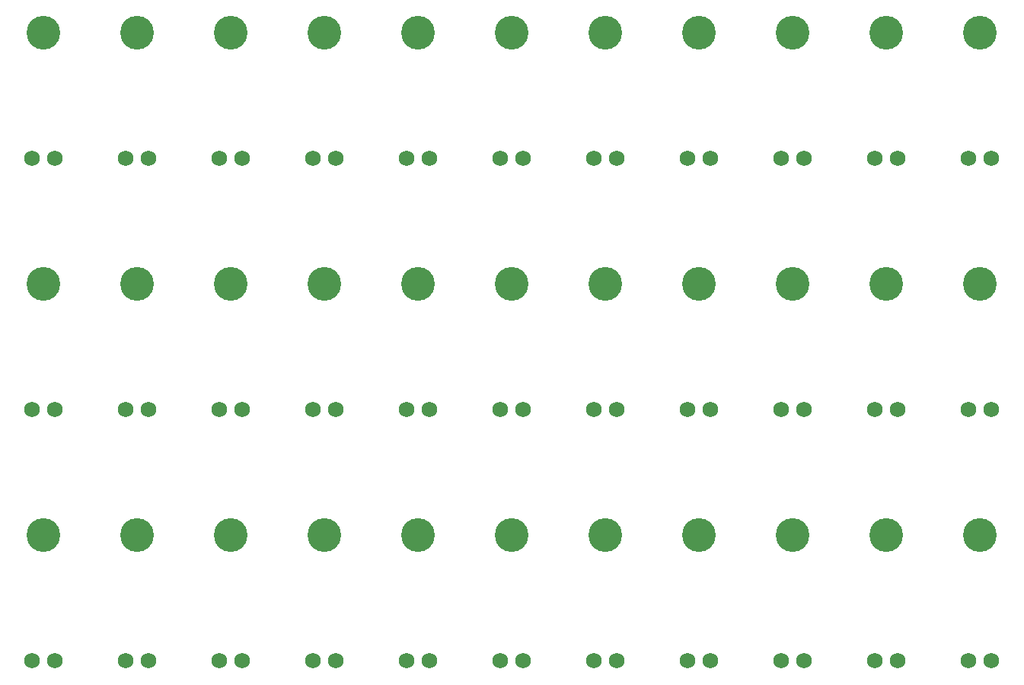
<source format=gbs>
%FSLAX34Y34*%
G04 Gerber Fmt 3.4, Leading zero omitted, Abs format*
G04 (created by PCBNEW (2014-03-10 BZR 4741)-product) date 3/24/2014 1:58:16 PM*
%MOIN*%
G01*
G70*
G90*
G04 APERTURE LIST*
%ADD10C,0.006000*%
%ADD11C,0.068992*%
%ADD12C,0.147732*%
G04 APERTURE END LIST*
G54D10*
G54D11*
X107050Y-63050D03*
X108050Y-63050D03*
X107050Y-52050D03*
X108050Y-52050D03*
X107050Y-41050D03*
X108050Y-41050D03*
G54D12*
X107550Y-57550D03*
X107550Y-46550D03*
X107550Y-35550D03*
G54D11*
X102950Y-63050D03*
X103950Y-63050D03*
X102950Y-52050D03*
X103950Y-52050D03*
X102950Y-41050D03*
X103950Y-41050D03*
G54D12*
X103450Y-57550D03*
X103450Y-46550D03*
X103450Y-35550D03*
X87050Y-35550D03*
X87050Y-46550D03*
X87050Y-57550D03*
G54D11*
X86550Y-41050D03*
X87550Y-41050D03*
X86550Y-52050D03*
X87550Y-52050D03*
X86550Y-63050D03*
X87550Y-63050D03*
X90650Y-63050D03*
X91650Y-63050D03*
X90650Y-52050D03*
X91650Y-52050D03*
X90650Y-41050D03*
X91650Y-41050D03*
G54D12*
X91150Y-57550D03*
X91150Y-46550D03*
X91150Y-35550D03*
X99350Y-35550D03*
X99350Y-46550D03*
X99350Y-57550D03*
G54D11*
X98850Y-41050D03*
X99850Y-41050D03*
X98850Y-52050D03*
X99850Y-52050D03*
X98850Y-63050D03*
X99850Y-63050D03*
X94750Y-63050D03*
X95750Y-63050D03*
X94750Y-52050D03*
X95750Y-52050D03*
X94750Y-41050D03*
X95750Y-41050D03*
G54D12*
X95250Y-57550D03*
X95250Y-46550D03*
X95250Y-35550D03*
X78850Y-35550D03*
X78850Y-46550D03*
X78850Y-57550D03*
G54D11*
X78350Y-41050D03*
X79350Y-41050D03*
X78350Y-52050D03*
X79350Y-52050D03*
X78350Y-63050D03*
X79350Y-63050D03*
X82450Y-63050D03*
X83450Y-63050D03*
X82450Y-52050D03*
X83450Y-52050D03*
X82450Y-41050D03*
X83450Y-41050D03*
G54D12*
X82950Y-57550D03*
X82950Y-46550D03*
X82950Y-35550D03*
X74750Y-35550D03*
X74750Y-46550D03*
X74750Y-57550D03*
G54D11*
X74250Y-41050D03*
X75250Y-41050D03*
X74250Y-52050D03*
X75250Y-52050D03*
X74250Y-63050D03*
X75250Y-63050D03*
G54D12*
X111650Y-35550D03*
X111650Y-46550D03*
X111650Y-57550D03*
G54D11*
X111150Y-41050D03*
X112150Y-41050D03*
X111150Y-52050D03*
X112150Y-52050D03*
X111150Y-63050D03*
X112150Y-63050D03*
X70150Y-63050D03*
X71150Y-63050D03*
X70150Y-52050D03*
X71150Y-52050D03*
X70150Y-41050D03*
X71150Y-41050D03*
G54D12*
X70650Y-57550D03*
X70650Y-46550D03*
X70650Y-35550D03*
M02*

</source>
